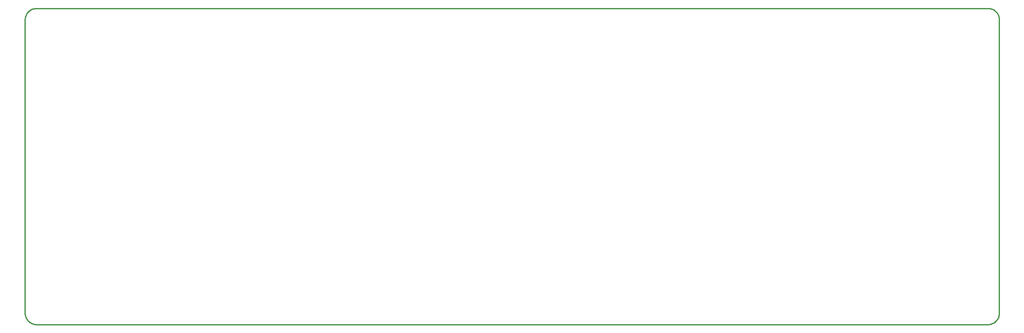
<source format=gbr>
G04 EAGLE Gerber RS-274X export*
G75*
%MOMM*%
%FSLAX34Y34*%
%LPD*%
%IN*%
%IPPOS*%
%AMOC8*
5,1,8,0,0,1.08239X$1,22.5*%
G01*
%ADD10C,0.254000*%


D10*
X0Y23221D02*
X88Y21197D01*
X353Y19189D01*
X791Y17211D01*
X1400Y15279D01*
X2176Y13407D01*
X3111Y11611D01*
X4199Y9902D01*
X5433Y8295D01*
X6801Y6801D01*
X8295Y5433D01*
X9902Y4199D01*
X11611Y3111D01*
X13407Y2176D01*
X15279Y1400D01*
X17211Y791D01*
X19189Y353D01*
X21197Y88D01*
X23221Y0D01*
X1932579Y0D01*
X1934603Y88D01*
X1936611Y353D01*
X1938589Y791D01*
X1940521Y1400D01*
X1942393Y2176D01*
X1944190Y3111D01*
X1945898Y4199D01*
X1947505Y5433D01*
X1948999Y6801D01*
X1950367Y8295D01*
X1951601Y9902D01*
X1952689Y11611D01*
X1953624Y13407D01*
X1954400Y15279D01*
X1955009Y17211D01*
X1955447Y19189D01*
X1955712Y21197D01*
X1955800Y23221D01*
X1955800Y611779D01*
X1955712Y613803D01*
X1955447Y615811D01*
X1955009Y617789D01*
X1954400Y619721D01*
X1953624Y621593D01*
X1952689Y623390D01*
X1951601Y625098D01*
X1950367Y626705D01*
X1948999Y628199D01*
X1947505Y629567D01*
X1945898Y630801D01*
X1944190Y631889D01*
X1942393Y632824D01*
X1940521Y633600D01*
X1938589Y634209D01*
X1936611Y634647D01*
X1934603Y634912D01*
X1932579Y635000D01*
X23221Y635000D01*
X21197Y634912D01*
X19189Y634647D01*
X17211Y634209D01*
X15279Y633600D01*
X13407Y632824D01*
X11611Y631889D01*
X9902Y630801D01*
X8295Y629567D01*
X6801Y628199D01*
X5433Y626705D01*
X4199Y625098D01*
X3111Y623390D01*
X2176Y621593D01*
X1400Y619721D01*
X791Y617789D01*
X353Y615811D01*
X88Y613803D01*
X0Y611779D01*
X0Y23221D01*
M02*

</source>
